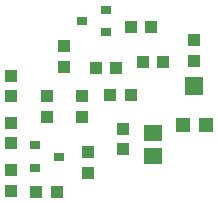
<source format=gbr>
G04 #@! TF.FileFunction,Paste,Top*
%FSLAX46Y46*%
G04 Gerber Fmt 4.6, Leading zero omitted, Abs format (unit mm)*
G04 Created by KiCad (PCBNEW 4.0.2-4+6225~38~ubuntu14.04.1-stable) date Fri 29 Apr 2016 12:46:25 PM PDT*
%MOMM*%
G01*
G04 APERTURE LIST*
%ADD10C,0.100000*%
%ADD11R,0.900000X0.800000*%
%ADD12R,1.030000X1.090000*%
%ADD13R,1.090000X1.030000*%
%ADD14R,1.570000X1.360000*%
%ADD15R,1.200000X1.200000*%
%ADD16R,1.600000X1.500000*%
G04 APERTURE END LIST*
D10*
D11*
X133000000Y-110550000D03*
X133000000Y-112450000D03*
X135000000Y-111500000D03*
X139000000Y-100950000D03*
X139000000Y-99050000D03*
X137000000Y-100000000D03*
D12*
X131000000Y-110370000D03*
X131000000Y-108630000D03*
D13*
X141120000Y-106250000D03*
X139380000Y-106250000D03*
D12*
X146500000Y-101630000D03*
X146500000Y-103370000D03*
D13*
X142130000Y-103500000D03*
X143870000Y-103500000D03*
D14*
X143000000Y-111475000D03*
X143000000Y-109525000D03*
D15*
X145500000Y-108800000D03*
D16*
X146500000Y-105550000D03*
D15*
X147500000Y-108800000D03*
D13*
X142870000Y-100500000D03*
X141130000Y-100500000D03*
D12*
X135500000Y-102130000D03*
X135500000Y-103870000D03*
D13*
X138130000Y-104000000D03*
X139870000Y-104000000D03*
D12*
X140500000Y-109130000D03*
X140500000Y-110870000D03*
X137500000Y-112870000D03*
X137500000Y-111130000D03*
X137000000Y-108120000D03*
X137000000Y-106380000D03*
D13*
X134870000Y-114500000D03*
X133130000Y-114500000D03*
D12*
X134000000Y-108120000D03*
X134000000Y-106380000D03*
X131000000Y-114370000D03*
X131000000Y-112630000D03*
X131000000Y-104630000D03*
X131000000Y-106370000D03*
M02*

</source>
